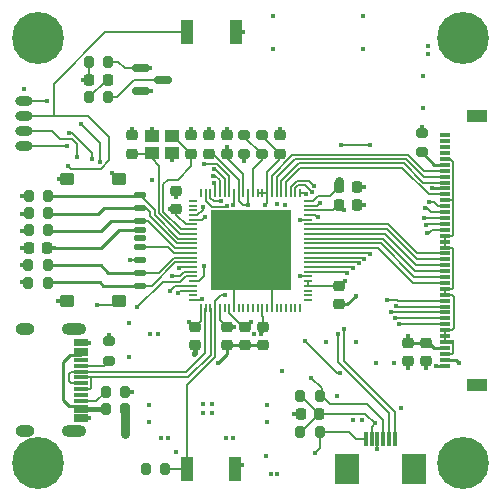
<source format=gtl>
%TF.GenerationSoftware,KiCad,Pcbnew,(6.0.1)*%
%TF.CreationDate,2022-02-16T12:07:44+01:00*%
%TF.ProjectId,f1c200s,66316332-3030-4732-9e6b-696361645f70,rev?*%
%TF.SameCoordinates,PX754fbd0PY813b7f0*%
%TF.FileFunction,Copper,L1,Top*%
%TF.FilePolarity,Positive*%
%FSLAX46Y46*%
G04 Gerber Fmt 4.6, Leading zero omitted, Abs format (unit mm)*
G04 Created by KiCad (PCBNEW (6.0.1)) date 2022-02-16 12:07:44*
%MOMM*%
%LPD*%
G01*
G04 APERTURE LIST*
G04 Aperture macros list*
%AMRoundRect*
0 Rectangle with rounded corners*
0 $1 Rounding radius*
0 $2 $3 $4 $5 $6 $7 $8 $9 X,Y pos of 4 corners*
0 Add a 4 corners polygon primitive as box body*
4,1,4,$2,$3,$4,$5,$6,$7,$8,$9,$2,$3,0*
0 Add four circle primitives for the rounded corners*
1,1,$1+$1,$2,$3*
1,1,$1+$1,$4,$5*
1,1,$1+$1,$6,$7*
1,1,$1+$1,$8,$9*
0 Add four rect primitives between the rounded corners*
20,1,$1+$1,$2,$3,$4,$5,0*
20,1,$1+$1,$4,$5,$6,$7,0*
20,1,$1+$1,$6,$7,$8,$9,0*
20,1,$1+$1,$8,$9,$2,$3,0*%
G04 Aperture macros list end*
%TA.AperFunction,SMDPad,CuDef*%
%ADD10RoundRect,0.225000X-0.250000X0.225000X-0.250000X-0.225000X0.250000X-0.225000X0.250000X0.225000X0*%
%TD*%
%TA.AperFunction,SMDPad,CuDef*%
%ADD11RoundRect,0.225000X0.225000X0.250000X-0.225000X0.250000X-0.225000X-0.250000X0.225000X-0.250000X0*%
%TD*%
%TA.AperFunction,SMDPad,CuDef*%
%ADD12RoundRect,0.200000X-0.200000X-0.275000X0.200000X-0.275000X0.200000X0.275000X-0.200000X0.275000X0*%
%TD*%
%TA.AperFunction,SMDPad,CuDef*%
%ADD13R,1.800000X1.100000*%
%TD*%
%TA.AperFunction,SMDPad,CuDef*%
%ADD14R,0.900000X0.300000*%
%TD*%
%TA.AperFunction,ComponentPad*%
%ADD15C,0.700000*%
%TD*%
%TA.AperFunction,ComponentPad*%
%ADD16C,4.400000*%
%TD*%
%TA.AperFunction,SMDPad,CuDef*%
%ADD17RoundRect,0.150000X-0.587500X-0.150000X0.587500X-0.150000X0.587500X0.150000X-0.587500X0.150000X0*%
%TD*%
%TA.AperFunction,SMDPad,CuDef*%
%ADD18O,1.500000X0.800000*%
%TD*%
%TA.AperFunction,SMDPad,CuDef*%
%ADD19RoundRect,0.200000X0.200000X0.275000X-0.200000X0.275000X-0.200000X-0.275000X0.200000X-0.275000X0*%
%TD*%
%TA.AperFunction,SMDPad,CuDef*%
%ADD20RoundRect,0.225000X0.250000X-0.225000X0.250000X0.225000X-0.250000X0.225000X-0.250000X-0.225000X0*%
%TD*%
%TA.AperFunction,SMDPad,CuDef*%
%ADD21RoundRect,0.200000X0.275000X-0.200000X0.275000X0.200000X-0.275000X0.200000X-0.275000X-0.200000X0*%
%TD*%
%TA.AperFunction,SMDPad,CuDef*%
%ADD22RoundRect,0.225000X-0.225000X-0.250000X0.225000X-0.250000X0.225000X0.250000X-0.225000X0.250000X0*%
%TD*%
%TA.AperFunction,SMDPad,CuDef*%
%ADD23RoundRect,0.200000X-0.275000X0.200000X-0.275000X-0.200000X0.275000X-0.200000X0.275000X0.200000X0*%
%TD*%
%TA.AperFunction,SMDPad,CuDef*%
%ADD24R,2.000000X2.500000*%
%TD*%
%TA.AperFunction,SMDPad,CuDef*%
%ADD25R,0.300000X1.250000*%
%TD*%
%TA.AperFunction,SMDPad,CuDef*%
%ADD26R,1.000000X2.000000*%
%TD*%
%TA.AperFunction,SMDPad,CuDef*%
%ADD27R,1.150000X1.000000*%
%TD*%
%TA.AperFunction,SMDPad,CuDef*%
%ADD28RoundRect,0.218750X0.218750X0.256250X-0.218750X0.256250X-0.218750X-0.256250X0.218750X-0.256250X0*%
%TD*%
%TA.AperFunction,SMDPad,CuDef*%
%ADD29R,1.150000X0.300000*%
%TD*%
%TA.AperFunction,ComponentPad*%
%ADD30O,1.600000X1.000000*%
%TD*%
%TA.AperFunction,ComponentPad*%
%ADD31O,2.100000X1.000000*%
%TD*%
%TA.AperFunction,SMDPad,CuDef*%
%ADD32RoundRect,0.125000X0.375000X-0.125000X0.375000X0.125000X-0.375000X0.125000X-0.375000X-0.125000X0*%
%TD*%
%TA.AperFunction,SMDPad,CuDef*%
%ADD33RoundRect,0.275000X0.325000X-0.275000X0.325000X0.275000X-0.325000X0.275000X-0.325000X-0.275000X0*%
%TD*%
%TA.AperFunction,SMDPad,CuDef*%
%ADD34O,0.800000X0.200000*%
%TD*%
%TA.AperFunction,SMDPad,CuDef*%
%ADD35O,0.200000X0.800000*%
%TD*%
%TA.AperFunction,SMDPad,CuDef*%
%ADD36R,6.840000X6.840000*%
%TD*%
%TA.AperFunction,ViaPad*%
%ADD37C,0.400000*%
%TD*%
%TA.AperFunction,Conductor*%
%ADD38C,0.200000*%
%TD*%
%TA.AperFunction,Conductor*%
%ADD39C,0.250000*%
%TD*%
%TA.AperFunction,Conductor*%
%ADD40C,0.800000*%
%TD*%
%TA.AperFunction,Conductor*%
%ADD41C,0.400000*%
%TD*%
G04 APERTURE END LIST*
D10*
X22980000Y30260000D03*
X22980000Y28710000D03*
D11*
X3290000Y20735000D03*
X1740000Y20735000D03*
D12*
X8240000Y8560000D03*
X9890000Y8560000D03*
D13*
X39640000Y31860000D03*
X39640000Y9160000D03*
D14*
X36940000Y10760000D03*
X36940000Y11260000D03*
X36940000Y11760000D03*
X36940000Y12260000D03*
X36940000Y12760000D03*
X36940000Y13260000D03*
X36940000Y13760000D03*
X36940000Y14260000D03*
X36940000Y14760000D03*
X36940000Y15260000D03*
X36940000Y15760000D03*
X36940000Y16260000D03*
X36940000Y16760000D03*
X36940000Y17260000D03*
X36940000Y17760000D03*
X36940000Y18260000D03*
X36940000Y18760000D03*
X36940000Y19260000D03*
X36940000Y19760000D03*
X36940000Y20260000D03*
X36940000Y20760000D03*
X36940000Y21260000D03*
X36940000Y21760000D03*
X36940000Y22260000D03*
X36940000Y22760000D03*
X36940000Y23260000D03*
X36940000Y23760000D03*
X36940000Y24260000D03*
X36940000Y24760000D03*
X36940000Y25260000D03*
X36940000Y25760000D03*
X36940000Y26260000D03*
X36940000Y26760000D03*
X36940000Y27260000D03*
X36940000Y27760000D03*
X36940000Y28260000D03*
X36940000Y28760000D03*
X36940000Y29260000D03*
X36940000Y29760000D03*
X36940000Y30260000D03*
D12*
X1690000Y17790000D03*
X3340000Y17790000D03*
D15*
X840000Y38510000D03*
X3656726Y39676726D03*
D16*
X2490000Y38510000D03*
D15*
X3656726Y37343274D03*
X4140000Y38510000D03*
X2490000Y36860000D03*
X1323274Y37343274D03*
X2490000Y40160000D03*
X1323274Y39676726D03*
D17*
X11202500Y35935000D03*
X11202500Y34035000D03*
X13077500Y34985000D03*
D18*
X1315000Y29380000D03*
X1315000Y30650000D03*
X1315000Y31920000D03*
X1315000Y33190000D03*
D10*
X18480000Y30260000D03*
X18480000Y28710000D03*
D15*
X40140000Y2510000D03*
X39656726Y3676726D03*
X37323274Y1343274D03*
X38490000Y4160000D03*
X37323274Y3676726D03*
D16*
X38490000Y2510000D03*
D15*
X36840000Y2510000D03*
X38490000Y860000D03*
X39656726Y1343274D03*
D19*
X8465000Y36485000D03*
X6815000Y36485000D03*
D20*
X15480000Y28710000D03*
X15480000Y30260000D03*
D10*
X33840000Y12685000D03*
X33840000Y11135000D03*
D20*
X10490000Y28705000D03*
X10490000Y30255000D03*
D19*
X13290000Y2010000D03*
X11640000Y2010000D03*
D12*
X1695000Y25150000D03*
X3345000Y25150000D03*
D19*
X8465000Y33485000D03*
X6815000Y33485000D03*
D20*
X21515000Y12485000D03*
X21515000Y14035000D03*
D21*
X35010000Y28815000D03*
X35010000Y30465000D03*
D10*
X16980000Y30260000D03*
X16980000Y28710000D03*
D22*
X24735000Y6680000D03*
X26285000Y6680000D03*
D12*
X8240000Y7085000D03*
X9890000Y7085000D03*
D23*
X21480000Y30310000D03*
X21480000Y28660000D03*
D20*
X18515000Y12485000D03*
X18515000Y14035000D03*
D21*
X8490000Y11185000D03*
X8490000Y12835000D03*
D20*
X15765000Y12485000D03*
X15765000Y14035000D03*
D19*
X26335000Y5170000D03*
X24685000Y5170000D03*
X26335000Y8170000D03*
X24685000Y8170000D03*
D10*
X14190000Y25560000D03*
X14190000Y24010000D03*
D16*
X2490000Y2510000D03*
D15*
X4140000Y2510000D03*
X2490000Y860000D03*
X840000Y2510000D03*
X3656726Y1343274D03*
X1323274Y3676726D03*
X1323274Y1343274D03*
X3656726Y3676726D03*
X2490000Y4160000D03*
D24*
X34340000Y2010000D03*
X28640000Y2010000D03*
D25*
X30240000Y4585000D03*
X30740000Y4585000D03*
X31240000Y4585000D03*
X31740000Y4585000D03*
X32240000Y4585000D03*
X32740000Y4585000D03*
D26*
X15090000Y2010000D03*
X19190000Y2010000D03*
D27*
X12115000Y28780000D03*
X13865000Y28780000D03*
X13865000Y30180000D03*
X12115000Y30180000D03*
D12*
X1690000Y19260000D03*
X3340000Y19260000D03*
D28*
X8427500Y34985000D03*
X6852500Y34985000D03*
D15*
X36840000Y38510000D03*
D16*
X38490000Y38510000D03*
D15*
X38490000Y40160000D03*
X39656726Y39676726D03*
X37323274Y39676726D03*
X38490000Y36860000D03*
X37323274Y37343274D03*
X39656726Y37343274D03*
X40140000Y38510000D03*
D12*
X1695000Y22210000D03*
X3345000Y22210000D03*
D29*
X6100000Y12860000D03*
X6100000Y12060000D03*
X6100000Y10760000D03*
X6100000Y9760000D03*
X6100000Y9260000D03*
X6100000Y8260000D03*
X6100000Y6960000D03*
X6100000Y6160000D03*
X6100000Y6460000D03*
X6100000Y7260000D03*
X6100000Y7760000D03*
X6100000Y8760000D03*
X6100000Y10260000D03*
X6100000Y11260000D03*
X6100000Y11760000D03*
X6100000Y12560000D03*
D30*
X1355000Y5190000D03*
D31*
X5535000Y5190000D03*
D30*
X1355000Y13830000D03*
D31*
X5535000Y13830000D03*
D23*
X19980000Y30310000D03*
X19980000Y28660000D03*
D32*
X11115000Y25235000D03*
X11115000Y24135000D03*
X11115000Y23035000D03*
X11115000Y22285000D03*
X11115000Y20835000D03*
X11115000Y19735000D03*
X11115000Y18635000D03*
X11115000Y17535000D03*
D33*
X9365000Y26560000D03*
X4915000Y16210000D03*
X4915000Y26560000D03*
X9365000Y16210000D03*
D32*
X11115000Y21585000D03*
D12*
X1695000Y23680000D03*
X3345000Y23680000D03*
D20*
X27990000Y15960000D03*
X27990000Y17510000D03*
D10*
X35340000Y12685000D03*
X35340000Y11135000D03*
D34*
X25390000Y16310000D03*
X25390000Y16710000D03*
X25390000Y17110000D03*
X25390000Y17510000D03*
X25390000Y17910000D03*
X25390000Y18310000D03*
X25390000Y18710000D03*
X25390000Y19110000D03*
X25390000Y19510000D03*
X25390000Y19910000D03*
X25390000Y20310000D03*
X25390000Y20710000D03*
X25390000Y21110000D03*
X25390000Y21510000D03*
X25390000Y21910000D03*
X25390000Y22310000D03*
X25390000Y22710000D03*
X25390000Y23110000D03*
X25390000Y23510000D03*
X25390000Y23910000D03*
X25390000Y24310000D03*
X25390000Y24710000D03*
D35*
X24690000Y25410000D03*
X24290000Y25410000D03*
X23890000Y25410000D03*
X23490000Y25410000D03*
X23090000Y25410000D03*
X22690000Y25410000D03*
X22290000Y25410000D03*
X21890000Y25410000D03*
X21490000Y25410000D03*
X21090000Y25410000D03*
X20690000Y25410000D03*
X20290000Y25410000D03*
X19890000Y25410000D03*
X19490000Y25410000D03*
X19090000Y25410000D03*
X18690000Y25410000D03*
X18290000Y25410000D03*
X17890000Y25410000D03*
X17490000Y25410000D03*
X17090000Y25410000D03*
X16690000Y25410000D03*
X16290000Y25410000D03*
D34*
X15590000Y24710000D03*
X15590000Y24310000D03*
X15590000Y23910000D03*
X15590000Y23510000D03*
X15590000Y23110000D03*
X15590000Y22710000D03*
X15590000Y22310000D03*
X15590000Y21910000D03*
X15590000Y21510000D03*
X15590000Y21110000D03*
X15590000Y20710000D03*
X15590000Y20310000D03*
X15590000Y19910000D03*
X15590000Y19510000D03*
X15590000Y19110000D03*
X15590000Y18710000D03*
X15590000Y18310000D03*
X15590000Y17910000D03*
X15590000Y17510000D03*
X15590000Y17110000D03*
X15590000Y16710000D03*
X15590000Y16310000D03*
D35*
X16290000Y15610000D03*
X16690000Y15610000D03*
X17090000Y15610000D03*
X17490000Y15610000D03*
X17890000Y15610000D03*
X18290000Y15610000D03*
X18690000Y15610000D03*
X19090000Y15610000D03*
X19490000Y15610000D03*
X19890000Y15610000D03*
X20290000Y15610000D03*
X20690000Y15610000D03*
X21090000Y15610000D03*
X21490000Y15610000D03*
X21890000Y15610000D03*
X22290000Y15610000D03*
X22690000Y15610000D03*
X23090000Y15610000D03*
X23490000Y15610000D03*
X23890000Y15610000D03*
X24290000Y15610000D03*
X24690000Y15610000D03*
D36*
X20490000Y20510000D03*
D26*
X15140000Y38985000D03*
X19240000Y38985000D03*
D20*
X20015000Y12485000D03*
X20015000Y14035000D03*
D11*
X29515000Y24385000D03*
X27965000Y24385000D03*
X29515000Y25885000D03*
X27965000Y25885000D03*
D37*
X13640000Y24010000D03*
X12180000Y26480000D03*
X1165000Y25085000D03*
X22215000Y1610000D03*
X35880000Y25760000D03*
X31020000Y5870000D03*
X28460000Y17920000D03*
X1165000Y22185000D03*
X15290000Y14485000D03*
X1165000Y23635000D03*
X20490000Y14485000D03*
X6310000Y34980000D03*
X10165000Y14380000D03*
X28400000Y23920000D03*
X35010000Y30980000D03*
X11640000Y2010000D03*
X1165000Y17835000D03*
X22765000Y1610000D03*
X3865000Y20735000D03*
X35090000Y35290000D03*
X35090000Y32560000D03*
X1165000Y19285000D03*
X33840000Y13250000D03*
X18480000Y29285000D03*
X12015000Y13460000D03*
X12615000Y13460000D03*
X19090000Y14035000D03*
X27960000Y26430000D03*
X20290000Y24360000D03*
X21690000Y24360000D03*
X20765000Y13410000D03*
X21340000Y13410000D03*
X29890000Y6160000D03*
X12915000Y4660000D03*
X13490000Y4660000D03*
X29190000Y6160000D03*
X9890000Y5620000D03*
X18415000Y4660000D03*
X18990000Y4660000D03*
X35510000Y37860000D03*
X35510000Y37180000D03*
X9890000Y5010000D03*
X3250000Y33190000D03*
X18310000Y16730000D03*
X10890000Y15710000D03*
X5070000Y27660000D03*
X5800000Y28430000D03*
X13840000Y18360000D03*
X16515000Y19210000D03*
X7730000Y28040000D03*
X6140000Y31220000D03*
X5080000Y30480000D03*
X14415000Y18985000D03*
X7070000Y28240000D03*
X25940000Y3390000D03*
X16400000Y16410000D03*
X25640000Y9730000D03*
X19040000Y24370000D03*
X24690000Y18310000D03*
X28110000Y29450000D03*
X30610000Y29450000D03*
X27865000Y13460000D03*
X28390000Y13885000D03*
X24665000Y23110000D03*
X25110000Y12860000D03*
X18470000Y24289502D03*
X28070000Y10140000D03*
X16458363Y24153382D03*
X4960000Y29380000D03*
X16630000Y23360000D03*
X18010000Y24660000D03*
X17430000Y26260000D03*
X17280000Y26840000D03*
X17440000Y27390000D03*
X23410000Y24340000D03*
X13650000Y17060000D03*
X38170000Y10960000D03*
X36230000Y10750000D03*
X33090000Y14260000D03*
X26190000Y23310000D03*
X26340000Y24510000D03*
X32740000Y14785000D03*
X32365000Y15285000D03*
X25196242Y25300953D03*
X25734200Y25454721D03*
X32790000Y15810000D03*
X32040000Y16310000D03*
X25834916Y26005084D03*
X14320000Y16890000D03*
X22720000Y24450000D03*
X35390000Y21985000D03*
X28690000Y18585000D03*
X35315000Y22635000D03*
X29165000Y18985000D03*
X29640000Y19410000D03*
X35215000Y23260000D03*
X30140000Y19785000D03*
X35240000Y24085000D03*
X35615000Y24585000D03*
X30640000Y20210000D03*
X21890000Y6010000D03*
X14190000Y25030000D03*
X11930000Y7460000D03*
X18480000Y30785000D03*
X16490000Y7510000D03*
X23165000Y10310000D03*
X15720000Y11760000D03*
X30000000Y40360000D03*
X1340000Y34160000D03*
X11930000Y6010000D03*
X19790000Y2360000D03*
X30070000Y25880000D03*
X30000000Y37600000D03*
X17490000Y23510000D03*
X16490000Y6760000D03*
X6840000Y6310000D03*
X12115000Y30780000D03*
X31140000Y10960000D03*
X12030000Y34040000D03*
X35340000Y10560000D03*
X10420000Y8560000D03*
X17240000Y6760000D03*
X21890000Y7460000D03*
X31240000Y3710000D03*
X1165000Y20735000D03*
X14190000Y3440000D03*
X8490000Y13385000D03*
X22980000Y30785000D03*
X17240000Y7510000D03*
X17490000Y17510000D03*
X10215000Y11460000D03*
X33240000Y7210000D03*
X21840000Y3110000D03*
X32640000Y10960000D03*
X13865000Y28180000D03*
X29390000Y16670000D03*
X23490000Y23510000D03*
X8740000Y27060000D03*
X7465000Y15935000D03*
X30060000Y24390000D03*
X29390000Y12760000D03*
X4190000Y16210000D03*
X4240000Y26560000D03*
X33840000Y10560000D03*
X10490000Y30780000D03*
X6840000Y12710000D03*
X27790000Y8160000D03*
X16980000Y30785000D03*
X19980000Y28050000D03*
X19865000Y38985000D03*
X24190000Y6680000D03*
X23490000Y17510000D03*
X15480000Y30785000D03*
X26890000Y12760000D03*
X22390000Y37610000D03*
X37565000Y12760000D03*
X17740000Y10960000D03*
X22390000Y40340000D03*
X10315000Y19735000D03*
X12020000Y35930000D03*
X16520000Y27870000D03*
D38*
X14190000Y23535000D02*
X15015000Y22710000D01*
X24795000Y8170000D02*
X26285000Y6680000D01*
X14190000Y24010000D02*
X14190000Y23535000D01*
X30210000Y6680000D02*
X31020000Y5870000D01*
D39*
X3865000Y20735000D02*
X7790000Y20735000D01*
D38*
X24775000Y5170000D02*
X26285000Y6680000D01*
X15765000Y14035000D02*
X16290000Y14560000D01*
X6815000Y36485000D02*
X6815000Y35022500D01*
X13640000Y24010000D02*
X14190000Y24010000D01*
X24685000Y5170000D02*
X24775000Y5170000D01*
X19856562Y14035000D02*
X18690000Y15201562D01*
D39*
X36070000Y12260000D02*
X36940000Y12260000D01*
X33840000Y12685000D02*
X35340000Y12685000D01*
D38*
X15590000Y22710000D02*
X15015000Y22710000D01*
X30740000Y5590000D02*
X30740000Y4585000D01*
X24685000Y8170000D02*
X24795000Y8170000D01*
X25390000Y17510000D02*
X25390000Y17910000D01*
D39*
X7790000Y20735000D02*
X9340000Y22285000D01*
D38*
X25390000Y23910000D02*
X27490000Y23910000D01*
X31020000Y5870000D02*
X30740000Y5590000D01*
X27490000Y23910000D02*
X27965000Y24385000D01*
X26285000Y6680000D02*
X30210000Y6680000D01*
X6815000Y35022500D02*
X6852500Y34985000D01*
X20015000Y14035000D02*
X19856562Y14035000D01*
D39*
X35880000Y25760000D02*
X36940000Y25760000D01*
X36060000Y12250000D02*
X36070000Y12260000D01*
X9340000Y22285000D02*
X11115000Y22285000D01*
D38*
X27990000Y17510000D02*
X25390000Y17510000D01*
X16290000Y14560000D02*
X16290000Y15610000D01*
D39*
X35625000Y12685000D02*
X36060000Y12250000D01*
X35340000Y12685000D02*
X35625000Y12685000D01*
D38*
X18690000Y15201562D02*
X18690000Y15610000D01*
X18515000Y14035000D02*
X17890000Y14660000D01*
D40*
X27960000Y25890000D02*
X27965000Y25885000D01*
D38*
X19890000Y26960000D02*
X19890000Y25410000D01*
D40*
X27960000Y26430000D02*
X27960000Y25890000D01*
D38*
X27210000Y25130000D02*
X26220000Y25130000D01*
X26220000Y25130000D02*
X25800000Y24710000D01*
X25800000Y24710000D02*
X25390000Y24710000D01*
X18480000Y28370000D02*
X19890000Y26960000D01*
X17890000Y14660000D02*
X17890000Y15610000D01*
X27965000Y25885000D02*
X27210000Y25130000D01*
X18480000Y28710000D02*
X18480000Y28370000D01*
X19490000Y25410000D02*
X19490000Y26498259D01*
X19490000Y26498259D02*
X17278259Y28710000D01*
X21515000Y14035000D02*
X21515000Y14960000D01*
X19490000Y25410000D02*
X19490000Y24710000D01*
X21490000Y14985000D02*
X21490000Y15610000D01*
X21515000Y13585000D02*
X21340000Y13410000D01*
X21515000Y14035000D02*
X21515000Y13585000D01*
X21890000Y25410000D02*
X21890000Y27135000D01*
X21890000Y24560000D02*
X21690000Y24360000D01*
X21090000Y25410000D02*
X21490000Y25410000D01*
X19840000Y24360000D02*
X20290000Y24360000D01*
X19490000Y24710000D02*
X19840000Y24360000D01*
X21890000Y25410000D02*
X21890000Y24560000D01*
X21490000Y25410000D02*
X21890000Y25410000D01*
X17278259Y28710000D02*
X16980000Y28710000D01*
X21890000Y27135000D02*
X22990000Y28235000D01*
X21515000Y14960000D02*
X21490000Y14985000D01*
X22980000Y28710000D02*
X21480000Y30210000D01*
X20290000Y25410000D02*
X20290000Y24360000D01*
X10490000Y28705000D02*
X12040000Y28705000D01*
X14496342Y21910000D02*
X15590000Y21910000D01*
X12115000Y28310000D02*
X12759022Y27665978D01*
X12040000Y28705000D02*
X12115000Y28780000D01*
X12759022Y23647320D02*
X14496342Y21910000D01*
X12759022Y27665978D02*
X12759022Y23647320D01*
X12115000Y28780000D02*
X12115000Y28310000D01*
X15490000Y27635000D02*
X14365000Y26510000D01*
X14365000Y26510000D02*
X13465000Y26510000D01*
X15410000Y28710000D02*
X15480000Y28710000D01*
X13118533Y26163533D02*
X13118532Y23796236D01*
X13465000Y26510000D02*
X13118533Y26163533D01*
X14604768Y22310000D02*
X15590000Y22310000D01*
X15480000Y28710000D02*
X15480000Y27645000D01*
X13865000Y30180000D02*
X13940000Y30180000D01*
X13118532Y23796236D02*
X14604768Y22310000D01*
X15480000Y27645000D02*
X15490000Y27635000D01*
X13940000Y30180000D02*
X15410000Y28710000D01*
X6815000Y33485000D02*
X8315000Y34985000D01*
X8315000Y34985000D02*
X8427500Y34985000D01*
D40*
X9890000Y5535000D02*
X9890000Y7085000D01*
X9890000Y5535000D02*
X9890000Y5010000D01*
D38*
X8490000Y11185000D02*
X8065000Y10760000D01*
X8065000Y10760000D02*
X6100000Y10760000D01*
X17115001Y11666801D02*
X15233200Y9785000D01*
X6962501Y9760000D02*
X6100000Y9760000D01*
X6100000Y8760000D02*
X6875000Y8760000D01*
X6987501Y9785000D02*
X6962501Y9760000D01*
X17115001Y15584999D02*
X17115001Y11666801D01*
X17090000Y15610000D02*
X17115001Y15584999D01*
X14233200Y9785000D02*
X6987501Y9785000D01*
X15233200Y9785000D02*
X14240000Y9785000D01*
X6875000Y8760000D02*
X6987501Y8872501D01*
X6987501Y8872501D02*
X6987501Y9785000D01*
X6962501Y10260000D02*
X6100000Y10260000D01*
X15046800Y10235000D02*
X14040000Y10235000D01*
X5115000Y10060000D02*
X5315000Y10260000D01*
X14046800Y10235000D02*
X6987501Y10235000D01*
X6100000Y9260000D02*
X5325000Y9260000D01*
X16664999Y15584999D02*
X16664999Y11853199D01*
X16664999Y11853199D02*
X15046800Y10235000D01*
X16690000Y15610000D02*
X16664999Y15584999D01*
X5115000Y9470000D02*
X5115000Y10060000D01*
X5315000Y10260000D02*
X6100000Y10260000D01*
X5325000Y9260000D02*
X5115000Y9470000D01*
X6987501Y10235000D02*
X6962501Y10260000D01*
X7440000Y7760000D02*
X8240000Y8560000D01*
X6100000Y7760000D02*
X7440000Y7760000D01*
X3250000Y33190000D02*
X1315000Y33190000D01*
X15090000Y2010000D02*
X15090000Y9085000D01*
X15090000Y9085000D02*
X17490000Y11485000D01*
X17950000Y16730000D02*
X18310000Y16730000D01*
X17490000Y11485000D02*
X17490000Y15610000D01*
X17490000Y15610000D02*
X17490000Y16270000D01*
X15090000Y2010000D02*
X13290000Y2010000D01*
X17490000Y16270000D02*
X17950000Y16730000D01*
X14549511Y17869511D02*
X13049511Y17869511D01*
X5310000Y27420000D02*
X7820000Y27420000D01*
X15590000Y18310000D02*
X14990000Y18310000D01*
X8190141Y38985000D02*
X3850000Y34644859D01*
X8550000Y28150000D02*
X8550000Y30080000D01*
X15140000Y38985000D02*
X8190141Y38985000D01*
X14990000Y18310000D02*
X14549511Y17869511D01*
X13049511Y17869511D02*
X10890000Y15710000D01*
X5070000Y27660000D02*
X5310000Y27420000D01*
X7820000Y27420000D02*
X8550000Y28150000D01*
X3850000Y34644859D02*
X3850000Y31920000D01*
X3850000Y31920000D02*
X1315000Y31920000D01*
X6710000Y31920000D02*
X3850000Y31920000D01*
X8550000Y30080000D02*
X6710000Y31920000D01*
X14881574Y18710000D02*
X15590000Y18710000D01*
X14531574Y18360000D02*
X14881574Y18710000D01*
X13840000Y18360000D02*
X14531574Y18360000D01*
X5370000Y29990000D02*
X4350000Y29990000D01*
X5800000Y28430000D02*
X5800000Y29560000D01*
X4350000Y29990000D02*
X3690000Y30650000D01*
X5800000Y29560000D02*
X5370000Y29990000D01*
X3690000Y30650000D02*
X1315000Y30650000D01*
X16515000Y19210000D02*
X16515000Y18310000D01*
X7730000Y28040000D02*
X7730000Y29630000D01*
X7730000Y29630000D02*
X6140000Y31220000D01*
X16515000Y18310000D02*
X16115000Y17910000D01*
X16115000Y17910000D02*
X15590000Y17910000D01*
X5388426Y30480000D02*
X5080000Y30480000D01*
X7070000Y28240000D02*
X7070000Y28798426D01*
X14540000Y19110000D02*
X15590000Y19110000D01*
X14415000Y18985000D02*
X14540000Y19110000D01*
X7070000Y28798426D02*
X5388426Y30480000D01*
X9160000Y33480000D02*
X8470000Y33480000D01*
X13077500Y34985000D02*
X10665000Y34985000D01*
X10665000Y34985000D02*
X9160000Y33480000D01*
X8470000Y33480000D02*
X8465000Y33485000D01*
X20690000Y25410000D02*
X20690000Y27385000D01*
X21490000Y28185000D02*
X21490000Y28650000D01*
X21490000Y28650000D02*
X21480000Y28660000D01*
X19980000Y30160000D02*
X21480000Y28660000D01*
X20690000Y27385000D02*
X21490000Y28185000D01*
X26335000Y3785000D02*
X26335000Y5170000D01*
X29425000Y4585000D02*
X28840000Y5170000D01*
X30240000Y4585000D02*
X29425000Y4585000D01*
X16300000Y16310000D02*
X15590000Y16310000D01*
X26335000Y3785000D02*
X25940000Y3390000D01*
X26335000Y5170000D02*
X28840000Y5170000D01*
X16400000Y16410000D02*
X16300000Y16310000D01*
X26545000Y8825000D02*
X25640000Y9730000D01*
X31740000Y6120000D02*
X30340000Y7520000D01*
X31740000Y4585000D02*
X31740000Y6120000D01*
X19090000Y24420000D02*
X19090000Y25410000D01*
X26545000Y8170000D02*
X26545000Y8825000D01*
X27195000Y7520000D02*
X26545000Y8170000D01*
X30340000Y7520000D02*
X27195000Y7520000D01*
X19040000Y24370000D02*
X19090000Y24420000D01*
X27865000Y11110000D02*
X32240000Y6735000D01*
X28110000Y29450000D02*
X30610000Y29450000D01*
X32240000Y6735000D02*
X32240000Y4585000D01*
X27865000Y13460000D02*
X27865000Y11110000D01*
X25390000Y18310000D02*
X24690000Y18310000D01*
X28390000Y13885000D02*
X28390000Y11160000D01*
X32740000Y6810000D02*
X32740000Y4585000D01*
X28390000Y11160000D02*
X32740000Y6810000D01*
X25390000Y23110000D02*
X24665000Y23110000D01*
X12399511Y23950489D02*
X12399511Y23498405D01*
X14387916Y21510000D02*
X15590000Y21510000D01*
X12399511Y23498405D02*
X14387916Y21510000D01*
D39*
X3340000Y25085000D02*
X10965000Y25085000D01*
D38*
X11115000Y25235000D02*
X12399511Y23950489D01*
X15590000Y21110000D02*
X14277560Y21110000D01*
X11990000Y23785000D02*
X11640000Y24135000D01*
D39*
X7615000Y23635000D02*
X8115000Y24135000D01*
X8115000Y24135000D02*
X11115000Y24135000D01*
X3340000Y23635000D02*
X7615000Y23635000D01*
D38*
X11640000Y24135000D02*
X11115000Y24135000D01*
X11990000Y23397560D02*
X11990000Y23785000D01*
X14277560Y21110000D02*
X11990000Y23397560D01*
D39*
X7865000Y22185000D02*
X3340000Y22185000D01*
D38*
X14115000Y20710000D02*
X11790000Y23035000D01*
X11790000Y23035000D02*
X11115000Y23035000D01*
D39*
X11115000Y23035000D02*
X8715000Y23035000D01*
X8715000Y23035000D02*
X7865000Y22185000D01*
D38*
X15590000Y20710000D02*
X14115000Y20710000D01*
X11115000Y20835000D02*
X13465000Y20835000D01*
X13990000Y20310000D02*
X15590000Y20310000D01*
X13465000Y20835000D02*
X13990000Y20310000D01*
D39*
X7815000Y19285000D02*
X8465000Y18635000D01*
D38*
X12706574Y18610000D02*
X11140000Y18610000D01*
D39*
X3340000Y19285000D02*
X7815000Y19285000D01*
X8465000Y18635000D02*
X11115000Y18635000D01*
D38*
X15590000Y19910000D02*
X14006574Y19910000D01*
X11140000Y18610000D02*
X11115000Y18635000D01*
X14006574Y19910000D02*
X12706574Y18610000D01*
X15590000Y19510000D02*
X14115000Y19510000D01*
D39*
X7715000Y17835000D02*
X8015000Y17535000D01*
X3340000Y17835000D02*
X7715000Y17835000D01*
D38*
X14115000Y19510000D02*
X12140000Y17535000D01*
X12140000Y17535000D02*
X11115000Y17535000D01*
D39*
X8015000Y17535000D02*
X11115000Y17535000D01*
D38*
X16690000Y25410000D02*
X16690000Y24728335D01*
X27830000Y10140000D02*
X28070000Y10140000D01*
X25110000Y12860000D02*
X27830000Y10140000D01*
X16690000Y24728335D02*
X17227336Y24190999D01*
X18371497Y24190999D02*
X18470000Y24289502D01*
X17227336Y24190999D02*
X18371497Y24190999D01*
X15590000Y23510000D02*
X15998438Y23510000D01*
X1315000Y29380000D02*
X4960000Y29380000D01*
X16458363Y23969925D02*
X16458363Y24153382D01*
X15998438Y23510000D02*
X16458363Y23969925D01*
X16380000Y23110000D02*
X16630000Y23360000D01*
X15590000Y23110000D02*
X16380000Y23110000D01*
X17410791Y24657378D02*
X18007378Y24657378D01*
X17090000Y24978169D02*
X17410791Y24657378D01*
X17090000Y25410000D02*
X17090000Y24978169D01*
X18007378Y24657378D02*
X18010000Y24660000D01*
X17490000Y26200000D02*
X17430000Y26260000D01*
X17490000Y25410000D02*
X17490000Y26200000D01*
X17890000Y26449834D02*
X17499834Y26840000D01*
X17890000Y25410000D02*
X17890000Y26449834D01*
X17499834Y26840000D02*
X17280000Y26840000D01*
X18290000Y25410000D02*
X18290000Y26558259D01*
X18290000Y26558259D02*
X17458259Y27390000D01*
X17458259Y27390000D02*
X17440000Y27390000D01*
X14100000Y17510000D02*
X13650000Y17060000D01*
X15590000Y17510000D02*
X14100000Y17510000D01*
D39*
X37870000Y11260000D02*
X38170000Y10960000D01*
X36940000Y11260000D02*
X37870000Y11260000D01*
X6040479Y11700479D02*
X5246457Y11700479D01*
X6100000Y11760000D02*
X6040479Y11700479D01*
X6040479Y7319521D02*
X6100000Y7260000D01*
X4640000Y11094022D02*
X4640000Y7810000D01*
X5130479Y7319521D02*
X6040479Y7319521D01*
X5246457Y11700479D02*
X4640000Y11094022D01*
X4640000Y7810000D02*
X5130479Y7319521D01*
D41*
X8240000Y7085000D02*
X6275000Y7085000D01*
D39*
X36940000Y10760000D02*
X36240000Y10760000D01*
X36240000Y10760000D02*
X36230000Y10750000D01*
D38*
X36940000Y14260000D02*
X33090000Y14260000D01*
X26190000Y23310000D02*
X25990000Y23510000D01*
X25990000Y23510000D02*
X25390000Y23510000D01*
X36915000Y14785000D02*
X36940000Y14760000D01*
X32740000Y14785000D02*
X36915000Y14785000D01*
X26140000Y24310000D02*
X26340000Y24510000D01*
X25390000Y24310000D02*
X26140000Y24310000D01*
X34390000Y15260000D02*
X36940000Y15260000D01*
X25087195Y25410000D02*
X25196242Y25300953D01*
X34340000Y15310000D02*
X34390000Y15260000D01*
X32390000Y15310000D02*
X34340000Y15310000D01*
X24690000Y25410000D02*
X25087195Y25410000D01*
X32365000Y15285000D02*
X32390000Y15310000D01*
X24290000Y25818438D02*
X24541082Y26069520D01*
X24290000Y25410000D02*
X24290000Y25818438D01*
X32840000Y15760000D02*
X32790000Y15810000D01*
X36940000Y15760000D02*
X32840000Y15760000D01*
X24541082Y26069520D02*
X25120646Y26069520D01*
X25120646Y26069520D02*
X25734200Y25455966D01*
X25734200Y25455966D02*
X25734200Y25454721D01*
X36940000Y16260000D02*
X32940000Y16260000D01*
X23890000Y25410000D02*
X23890000Y25926863D01*
X25410969Y26429031D02*
X25834916Y26005084D01*
X32940000Y16260000D02*
X32890000Y16310000D01*
X24392168Y26429031D02*
X25410969Y26429031D01*
X32890000Y16310000D02*
X32040000Y16310000D01*
X23890000Y25926863D02*
X24392168Y26429031D01*
X34265000Y17760000D02*
X31315000Y20710000D01*
X36940000Y17760000D02*
X34265000Y17760000D01*
X31315000Y20710000D02*
X25390000Y20710000D01*
X15590000Y17110000D02*
X14540000Y17110000D01*
X14540000Y17110000D02*
X14320000Y16890000D01*
X34365000Y18260000D02*
X31515000Y21110000D01*
X31515000Y21110000D02*
X25390000Y21110000D01*
X36940000Y18260000D02*
X34365000Y18260000D01*
X31690000Y21510000D02*
X34440000Y18760000D01*
X34440000Y18760000D02*
X36940000Y18760000D01*
X25390000Y21510000D02*
X31690000Y21510000D01*
X31865000Y21910000D02*
X25390000Y21910000D01*
X34515000Y19260000D02*
X31865000Y21910000D01*
X36940000Y19260000D02*
X34515000Y19260000D01*
X32015000Y22310000D02*
X25390000Y22310000D01*
X36940000Y19760000D02*
X34565000Y19760000D01*
X34565000Y19760000D02*
X32015000Y22310000D01*
X36940000Y20260000D02*
X34590000Y20260000D01*
X32140000Y22710000D02*
X25390000Y22710000D01*
X34590000Y20260000D02*
X32140000Y22710000D01*
X36940000Y22260000D02*
X35865000Y22260000D01*
X35865000Y22260000D02*
X35590000Y21985000D01*
X25390000Y18710000D02*
X28565000Y18710000D01*
X28565000Y18710000D02*
X28690000Y18585000D01*
X35590000Y21985000D02*
X35390000Y21985000D01*
X35440000Y22760000D02*
X36940000Y22760000D01*
X25390000Y19110000D02*
X29040000Y19110000D01*
X29040000Y19110000D02*
X29165000Y18985000D01*
X35315000Y22635000D02*
X35440000Y22760000D01*
X35215000Y23260000D02*
X36940000Y23260000D01*
X29540000Y19510000D02*
X29640000Y19410000D01*
X25390000Y19510000D02*
X29540000Y19510000D01*
X35465000Y24085000D02*
X35790000Y23760000D01*
X35240000Y24085000D02*
X35465000Y24085000D01*
X30015000Y19910000D02*
X30140000Y19785000D01*
X25390000Y19910000D02*
X30015000Y19910000D01*
X35790000Y23760000D02*
X36940000Y23760000D01*
X25390000Y20310000D02*
X30540000Y20310000D01*
X30540000Y20310000D02*
X30640000Y20210000D01*
X36940000Y24260000D02*
X36340000Y24260000D01*
X36015000Y24585000D02*
X35615000Y24585000D01*
X36340000Y24260000D02*
X36015000Y24585000D01*
X23490000Y25410000D02*
X23490000Y26298426D01*
X24721085Y27529511D02*
X33345489Y27529511D01*
X33345489Y27529511D02*
X35615000Y25260000D01*
X35615000Y25260000D02*
X36940000Y25260000D01*
X23490000Y26298426D02*
X24721085Y27529511D01*
X37590000Y24760000D02*
X37665000Y24835000D01*
X36940000Y17260000D02*
X37590000Y17260000D01*
X36940000Y11760000D02*
X37590000Y11760000D01*
X36940000Y13760000D02*
X36940000Y13260000D01*
X37590000Y11760000D02*
X37649511Y11819511D01*
D39*
X27990000Y15960000D02*
X28680000Y15960000D01*
D38*
X37649511Y17319511D02*
X37649511Y20669511D01*
X19090000Y19110000D02*
X20490000Y20510000D01*
D39*
X18515000Y12485000D02*
X20015000Y12485000D01*
X21515000Y12485000D02*
X20015000Y12485000D01*
D38*
X37665000Y24835000D02*
X37665000Y28010000D01*
X19090000Y15610000D02*
X19090000Y19110000D01*
X37515000Y16760000D02*
X36940000Y16760000D01*
X9090000Y15935000D02*
X9365000Y16210000D01*
X22290000Y15610000D02*
X22290000Y18710000D01*
D39*
X28680000Y15960000D02*
X29390000Y16670000D01*
D38*
X36940000Y12760000D02*
X36940000Y13260000D01*
D39*
X17740000Y10960000D02*
X18515000Y11735000D01*
D38*
X36940000Y21760000D02*
X37590000Y21760000D01*
X37740000Y16535000D02*
X37515000Y16760000D01*
X22290000Y18710000D02*
X20490000Y20510000D01*
X37559022Y20760000D02*
X36940000Y20760000D01*
X36940000Y21260000D02*
X36940000Y21760000D01*
X36940000Y20760000D02*
X36940000Y21260000D01*
X37649511Y11819511D02*
X37649511Y12675489D01*
X37590000Y21760000D02*
X37649511Y21819511D01*
X37649511Y21819511D02*
X37649511Y24700489D01*
X37649511Y24700489D02*
X37590000Y24760000D01*
D39*
X18515000Y11735000D02*
X18515000Y12485000D01*
D38*
X37649511Y12675489D02*
X37565000Y12760000D01*
X37740000Y13910000D02*
X37740000Y16535000D01*
X11115000Y19735000D02*
X10315000Y19735000D01*
X37590000Y13760000D02*
X37740000Y13910000D01*
X37415000Y28260000D02*
X36940000Y28260000D01*
D41*
X15765000Y11805000D02*
X15720000Y11760000D01*
D38*
X36940000Y16760000D02*
X36940000Y17260000D01*
D41*
X15765000Y12485000D02*
X15765000Y11805000D01*
D38*
X37590000Y24760000D02*
X36940000Y24760000D01*
X37649511Y20669511D02*
X37559022Y20760000D01*
X31240000Y4585000D02*
X31240000Y3710000D01*
X36940000Y13760000D02*
X37590000Y13760000D01*
X19980000Y28050000D02*
X19980000Y28660000D01*
X7465000Y15935000D02*
X9090000Y15935000D01*
X37665000Y28010000D02*
X37415000Y28260000D01*
X37590000Y17260000D02*
X37649511Y17319511D01*
X23090000Y26406851D02*
X24572171Y27889022D01*
X24572171Y27889022D02*
X33494404Y27889022D01*
X35123426Y26260000D02*
X36940000Y26260000D01*
X33494404Y27889022D02*
X35123426Y26260000D01*
X23090000Y25410000D02*
X23090000Y26406851D01*
X33654403Y28254022D02*
X35148425Y26760000D01*
X24258745Y28254022D02*
X33654403Y28254022D01*
X35148425Y26760000D02*
X36940000Y26760000D01*
X22690000Y26695276D02*
X24193257Y28198533D01*
X24203256Y28198533D02*
X24258745Y28254022D01*
X22690000Y25410000D02*
X22690000Y26695276D01*
X24193257Y28198533D02*
X24203256Y28198533D01*
X22290000Y25410000D02*
X22290000Y26813722D01*
X35156850Y27260000D02*
X36940000Y27260000D01*
X22290000Y26813722D02*
X24034322Y28558044D01*
X24109811Y28613533D02*
X33803318Y28613533D01*
X33803318Y28613533D02*
X35156850Y27260000D01*
X24054322Y28558044D02*
X24109811Y28613533D01*
X24034322Y28558044D02*
X24054322Y28558044D01*
D39*
X36940000Y27760000D02*
X36065000Y27760000D01*
X36065000Y27760000D02*
X35010000Y28815000D01*
D38*
X18690000Y26789834D02*
X18690000Y25410000D01*
X9835000Y35935000D02*
X11202500Y35935000D01*
X8465000Y36485000D02*
X9285000Y36485000D01*
X9285000Y36485000D02*
X9835000Y35935000D01*
X11202500Y35935000D02*
X12015000Y35935000D01*
X12015000Y35935000D02*
X12020000Y35930000D01*
X17609834Y27870000D02*
X18690000Y26789834D01*
X16520000Y27870000D02*
X17609834Y27870000D01*
M02*

</source>
